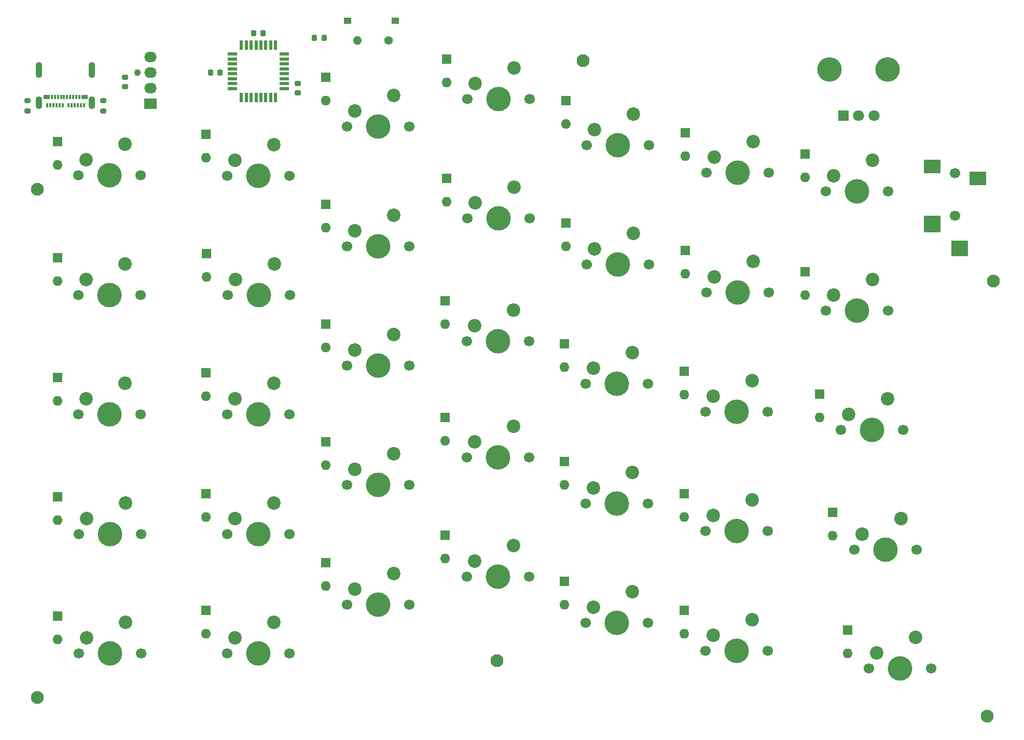
<source format=gbr>
%TF.GenerationSoftware,KiCad,Pcbnew,8.0.6*%
%TF.CreationDate,2024-10-31T21:18:19+01:00*%
%TF.ProjectId,keyboard,6b657962-6f61-4726-942e-6b696361645f,rev?*%
%TF.SameCoordinates,Original*%
%TF.FileFunction,Soldermask,Top*%
%TF.FilePolarity,Negative*%
%FSLAX46Y46*%
G04 Gerber Fmt 4.6, Leading zero omitted, Abs format (unit mm)*
G04 Created by KiCad (PCBNEW 8.0.6) date 2024-10-31 21:18:19*
%MOMM*%
%LPD*%
G01*
G04 APERTURE LIST*
G04 Aperture macros list*
%AMRoundRect*
0 Rectangle with rounded corners*
0 $1 Rounding radius*
0 $2 $3 $4 $5 $6 $7 $8 $9 X,Y pos of 4 corners*
0 Add a 4 corners polygon primitive as box body*
4,1,4,$2,$3,$4,$5,$6,$7,$8,$9,$2,$3,0*
0 Add four circle primitives for the rounded corners*
1,1,$1+$1,$2,$3*
1,1,$1+$1,$4,$5*
1,1,$1+$1,$6,$7*
1,1,$1+$1,$8,$9*
0 Add four rect primitives between the rounded corners*
20,1,$1+$1,$2,$3,$4,$5,0*
20,1,$1+$1,$4,$5,$6,$7,0*
20,1,$1+$1,$6,$7,$8,$9,0*
20,1,$1+$1,$8,$9,$2,$3,0*%
G04 Aperture macros list end*
%ADD10C,2.100000*%
%ADD11C,2.200000*%
%ADD12C,1.700000*%
%ADD13C,4.000000*%
%ADD14RoundRect,0.225000X-0.225000X-0.250000X0.225000X-0.250000X0.225000X0.250000X-0.225000X0.250000X0*%
%ADD15RoundRect,0.225000X-0.250000X0.225000X-0.250000X-0.225000X0.250000X-0.225000X0.250000X0.225000X0*%
%ADD16C,1.400000*%
%ADD17O,1.400000X1.400000*%
%ADD18R,2.800000X2.600000*%
%ADD19R,2.800000X2.200000*%
%ADD20R,2.800000X2.800000*%
%ADD21RoundRect,0.200000X0.275000X-0.200000X0.275000X0.200000X-0.275000X0.200000X-0.275000X-0.200000X0*%
%ADD22R,1.250000X1.000000*%
%ADD23R,0.300000X0.700000*%
%ADD24R,1.000000X0.700000*%
%ADD25O,1.100000X2.100000*%
%ADD26O,1.100000X2.600000*%
%ADD27C,1.800000*%
%ADD28R,1.800000X1.800000*%
%ADD29O,4.000000X4.000000*%
%ADD30R,1.600000X0.550000*%
%ADD31R,0.550000X1.600000*%
%ADD32RoundRect,0.225000X0.250000X-0.225000X0.250000X0.225000X-0.250000X0.225000X-0.250000X-0.225000X0*%
%ADD33O,2.030000X1.730000*%
%ADD34R,2.030000X1.730000*%
%ADD35C,1.100000*%
%ADD36R,1.600000X1.600000*%
%ADD37O,1.600000X1.600000*%
G04 APERTURE END LIST*
D10*
%TO.C,REF\u002A\u002A*%
X139000000Y-139000000D03*
%TD*%
%TO.C,REF\u002A\u002A*%
X64000000Y-62000000D03*
%TD*%
%TO.C,REF\u002A\u002A*%
X153000000Y-41000000D03*
%TD*%
%TO.C,REF\u002A\u002A*%
X220000000Y-77000000D03*
%TD*%
%TO.C,REF\u002A\u002A*%
X219000000Y-148000000D03*
%TD*%
%TO.C,REF\u002A\u002A*%
X64000000Y-145000000D03*
%TD*%
D11*
%TO.C,SW26*%
X174410000Y-56790000D03*
X180760000Y-54250000D03*
D12*
X183300000Y-59330000D03*
D13*
X178220000Y-59330000D03*
D12*
X173140000Y-59330000D03*
%TD*%
D14*
%TO.C,C6*%
X109200000Y-37250000D03*
X110750000Y-37250000D03*
%TD*%
D15*
%TO.C,C4*%
X106500000Y-44725000D03*
X106500000Y-46275000D03*
%TD*%
D16*
%TO.C,R1*%
X121250000Y-37750000D03*
D17*
X116170000Y-37750000D03*
%TD*%
D11*
%TO.C,SW22*%
X154910000Y-71750000D03*
X161260000Y-69210000D03*
D12*
X163800000Y-74290000D03*
D13*
X158720000Y-74290000D03*
D12*
X153640000Y-74290000D03*
%TD*%
D11*
%TO.C,SW27*%
X174410000Y-76290000D03*
X180760000Y-73750000D03*
D12*
X183300000Y-78830000D03*
D13*
X178220000Y-78830000D03*
D12*
X173140000Y-78830000D03*
%TD*%
D11*
%TO.C,SW31*%
X193910000Y-59790000D03*
X200260000Y-57250000D03*
D12*
X202800000Y-62330000D03*
D13*
X197720000Y-62330000D03*
D12*
X192640000Y-62330000D03*
%TD*%
D18*
%TO.C,J2*%
X214500000Y-71650000D03*
D19*
X210050000Y-58250000D03*
X217450000Y-60250000D03*
D20*
X210050000Y-67650000D03*
D12*
X213750000Y-66350000D03*
X213750000Y-59350000D03*
%TD*%
D11*
%TO.C,SW7*%
X96330000Y-76750000D03*
X102680000Y-74210000D03*
D12*
X105220000Y-79290000D03*
D13*
X100140000Y-79290000D03*
D12*
X95060000Y-79290000D03*
%TD*%
D11*
%TO.C,SW25*%
X154750000Y-130250000D03*
X161100000Y-127710000D03*
D12*
X163640000Y-132790000D03*
D13*
X158560000Y-132790000D03*
D12*
X153480000Y-132790000D03*
%TD*%
D11*
%TO.C,SW28*%
X174250000Y-95790000D03*
X180600000Y-93250000D03*
D12*
X183140000Y-98330000D03*
D13*
X178060000Y-98330000D03*
D12*
X172980000Y-98330000D03*
%TD*%
D11*
%TO.C,SW24*%
X154750000Y-110750000D03*
X161100000Y-108210000D03*
D12*
X163640000Y-113290000D03*
D13*
X158560000Y-113290000D03*
D12*
X153480000Y-113290000D03*
%TD*%
D11*
%TO.C,SW34*%
X198610000Y-118290000D03*
X204960000Y-115750000D03*
D12*
X207500000Y-120830000D03*
D13*
X202420000Y-120830000D03*
D12*
X197340000Y-120830000D03*
%TD*%
D21*
%TO.C,R2*%
X74700000Y-49225000D03*
X74700000Y-47575000D03*
%TD*%
D11*
%TO.C,SW9*%
X96250000Y-115750000D03*
X102600000Y-113210000D03*
D12*
X105140000Y-118290000D03*
D13*
X100060000Y-118290000D03*
D12*
X94980000Y-118290000D03*
%TD*%
D11*
%TO.C,SW8*%
X96250000Y-96250000D03*
X102600000Y-93710000D03*
D12*
X105140000Y-98790000D03*
D13*
X100060000Y-98790000D03*
D12*
X94980000Y-98790000D03*
%TD*%
D11*
%TO.C,SW13*%
X115750000Y-88250000D03*
X122100000Y-85710000D03*
D12*
X124640000Y-90790000D03*
D13*
X119560000Y-90790000D03*
D12*
X114480000Y-90790000D03*
%TD*%
D22*
%TO.C,SW36*%
X114625000Y-34500000D03*
X122375000Y-34500000D03*
%TD*%
D11*
%TO.C,SW15*%
X115750000Y-127250000D03*
X122100000Y-124710000D03*
D12*
X124640000Y-129790000D03*
D13*
X119560000Y-129790000D03*
D12*
X114480000Y-129790000D03*
%TD*%
D11*
%TO.C,SW14*%
X115750000Y-107750000D03*
X122100000Y-105210000D03*
D12*
X124640000Y-110290000D03*
D13*
X119560000Y-110290000D03*
D12*
X114480000Y-110290000D03*
%TD*%
D11*
%TO.C,SW20*%
X135360000Y-122710000D03*
X141710000Y-120170000D03*
D12*
X144250000Y-125250000D03*
D13*
X139170000Y-125250000D03*
D12*
X134090000Y-125250000D03*
%TD*%
D23*
%TO.C,J1*%
X71570000Y-48270000D03*
X71070000Y-48270000D03*
X70570000Y-48270000D03*
X70070000Y-48270000D03*
X69570000Y-48270000D03*
X69070000Y-48270000D03*
X68070000Y-48270000D03*
X67570000Y-48270000D03*
X67070000Y-48270000D03*
X66570000Y-48270000D03*
X66070000Y-48270000D03*
X65570000Y-48270000D03*
D24*
X65470000Y-46970000D03*
D23*
X66320000Y-46970000D03*
X66820000Y-46970000D03*
X67320000Y-46970000D03*
X67820000Y-46970000D03*
X68320000Y-46970000D03*
X68820000Y-46970000D03*
X69320000Y-46970000D03*
X69820000Y-46970000D03*
X70320000Y-46970000D03*
X70820000Y-46970000D03*
D24*
X71670000Y-46970000D03*
D25*
X72890000Y-47860000D03*
D26*
X72890000Y-42500000D03*
D25*
X64250000Y-47860000D03*
D26*
X64250000Y-42500000D03*
%TD*%
D14*
%TO.C,C5*%
X99225000Y-36500000D03*
X100775000Y-36500000D03*
%TD*%
D11*
%TO.C,SW4*%
X72020000Y-115750000D03*
X78370000Y-113210000D03*
D12*
X80910000Y-118290000D03*
D13*
X75830000Y-118290000D03*
D12*
X70750000Y-118290000D03*
%TD*%
D11*
%TO.C,SW19*%
X135360000Y-103210000D03*
X141710000Y-100670000D03*
D12*
X144250000Y-105750000D03*
D13*
X139170000Y-105750000D03*
D12*
X134090000Y-105750000D03*
%TD*%
D11*
%TO.C,SW2*%
X71880000Y-57210000D03*
X78230000Y-54670000D03*
D12*
X80770000Y-59750000D03*
D13*
X75690000Y-59750000D03*
D12*
X70610000Y-59750000D03*
%TD*%
D21*
%TO.C,R3*%
X62320000Y-49225000D03*
X62320000Y-47575000D03*
%TD*%
D27*
%TO.C,RV1*%
X200500000Y-49975000D03*
X198000000Y-49975000D03*
D28*
X195500000Y-49975000D03*
D29*
X202750000Y-42475000D03*
X193250000Y-42475000D03*
%TD*%
D11*
%TO.C,SW11*%
X115750000Y-49250000D03*
X122100000Y-46710000D03*
D12*
X124640000Y-51790000D03*
D13*
X119560000Y-51790000D03*
D12*
X114480000Y-51790000D03*
%TD*%
D14*
%TO.C,C3*%
X92225000Y-43000000D03*
X93775000Y-43000000D03*
%TD*%
D11*
%TO.C,SW6*%
X96250000Y-57250000D03*
X102600000Y-54710000D03*
D12*
X105140000Y-59790000D03*
D13*
X100060000Y-59790000D03*
D12*
X94980000Y-59790000D03*
%TD*%
D11*
%TO.C,SW16*%
X135440000Y-44710000D03*
X141790000Y-42170000D03*
D12*
X144330000Y-47250000D03*
D13*
X139250000Y-47250000D03*
D12*
X134170000Y-47250000D03*
%TD*%
D30*
%TO.C,U1*%
X95800000Y-39950000D03*
X95800000Y-40750000D03*
X95800000Y-41550000D03*
X95800000Y-42350000D03*
X95800000Y-43150000D03*
X95800000Y-43950000D03*
X95800000Y-44750000D03*
X95800000Y-45550000D03*
D31*
X97250000Y-47000000D03*
X98050000Y-47000000D03*
X98850000Y-47000000D03*
X99650000Y-47000000D03*
X100450000Y-47000000D03*
X101250000Y-47000000D03*
X102050000Y-47000000D03*
X102850000Y-47000000D03*
D30*
X104300000Y-45550000D03*
X104300000Y-44750000D03*
X104300000Y-43950000D03*
X104300000Y-43150000D03*
X104300000Y-42350000D03*
X104300000Y-41550000D03*
X104300000Y-40750000D03*
X104300000Y-39950000D03*
D31*
X102850000Y-38500000D03*
X102050000Y-38500000D03*
X101250000Y-38500000D03*
X100450000Y-38500000D03*
X99650000Y-38500000D03*
X98850000Y-38500000D03*
X98050000Y-38500000D03*
X97250000Y-38500000D03*
%TD*%
D11*
%TO.C,SW21*%
X154910000Y-52250000D03*
X161260000Y-49710000D03*
D12*
X163800000Y-54790000D03*
D13*
X158720000Y-54790000D03*
D12*
X153640000Y-54790000D03*
%TD*%
D11*
%TO.C,SW32*%
X193910000Y-79290000D03*
X200260000Y-76750000D03*
D12*
X202800000Y-81830000D03*
D13*
X197720000Y-81830000D03*
D12*
X192640000Y-81830000D03*
%TD*%
D11*
%TO.C,SW23*%
X154750000Y-91250000D03*
X161100000Y-88710000D03*
D12*
X163640000Y-93790000D03*
D13*
X158560000Y-93790000D03*
D12*
X153480000Y-93790000D03*
%TD*%
D11*
%TO.C,SW3*%
X71940000Y-96250000D03*
X78290000Y-93710000D03*
D12*
X80830000Y-98790000D03*
D13*
X75750000Y-98790000D03*
D12*
X70670000Y-98790000D03*
%TD*%
D11*
%TO.C,SW29*%
X174250000Y-115290000D03*
X180600000Y-112750000D03*
D12*
X183140000Y-117830000D03*
D13*
X178060000Y-117830000D03*
D12*
X172980000Y-117830000D03*
%TD*%
D32*
%TO.C,C7*%
X78250000Y-45275000D03*
X78250000Y-43725000D03*
%TD*%
D11*
%TO.C,SW18*%
X135330000Y-84250000D03*
X141680000Y-81710000D03*
D12*
X144220000Y-86790000D03*
D13*
X139140000Y-86790000D03*
D12*
X134060000Y-86790000D03*
%TD*%
D33*
%TO.C,J3*%
X82450000Y-40430000D03*
X82450000Y-42970000D03*
X82450000Y-45510000D03*
D34*
X82450000Y-48050000D03*
D35*
X80290000Y-42970000D03*
%TD*%
D11*
%TO.C,SW30*%
X174250000Y-134790000D03*
X180600000Y-132250000D03*
D12*
X183140000Y-137330000D03*
D13*
X178060000Y-137330000D03*
D12*
X172980000Y-137330000D03*
%TD*%
D11*
%TO.C,SW10*%
X96250000Y-135250000D03*
X102600000Y-132710000D03*
D12*
X105140000Y-137790000D03*
D13*
X100060000Y-137790000D03*
D12*
X94980000Y-137790000D03*
%TD*%
D11*
%TO.C,SW33*%
X196360000Y-98790000D03*
X202710000Y-96250000D03*
D12*
X205250000Y-101330000D03*
D13*
X200170000Y-101330000D03*
D12*
X195090000Y-101330000D03*
%TD*%
D11*
%TO.C,SW12*%
X115750000Y-68750000D03*
X122100000Y-66210000D03*
D12*
X124640000Y-71290000D03*
D13*
X119560000Y-71290000D03*
D12*
X114480000Y-71290000D03*
%TD*%
D11*
%TO.C,SW35*%
X200940000Y-137710000D03*
X207290000Y-135170000D03*
D12*
X209830000Y-140250000D03*
D13*
X204750000Y-140250000D03*
D12*
X199670000Y-140250000D03*
%TD*%
D11*
%TO.C,SW17*%
X135400000Y-64250000D03*
X141750000Y-61710000D03*
D12*
X144290000Y-66790000D03*
D13*
X139210000Y-66790000D03*
D12*
X134130000Y-66790000D03*
%TD*%
D11*
%TO.C,SW1*%
X71940000Y-76710000D03*
X78290000Y-74170000D03*
D12*
X80830000Y-79250000D03*
D13*
X75750000Y-79250000D03*
D12*
X70670000Y-79250000D03*
%TD*%
D11*
%TO.C,SW5*%
X72020000Y-135250000D03*
X78370000Y-132710000D03*
D12*
X80910000Y-137790000D03*
D13*
X75830000Y-137790000D03*
D12*
X70750000Y-137790000D03*
%TD*%
D36*
%TO.C,D35*%
X196250000Y-133999314D03*
D37*
X196250000Y-137809314D03*
%TD*%
D36*
%TO.C,D34*%
X193750000Y-114750000D03*
D37*
X193750000Y-118560000D03*
%TD*%
D36*
%TO.C,D33*%
X191600000Y-95490000D03*
D37*
X191600000Y-99300000D03*
%TD*%
D36*
%TO.C,D32*%
X189250000Y-75500000D03*
D37*
X189250000Y-79310000D03*
%TD*%
D36*
%TO.C,D31*%
X189250000Y-56249314D03*
D37*
X189250000Y-60059314D03*
%TD*%
D36*
%TO.C,D30*%
X169500000Y-130750000D03*
D37*
X169500000Y-134560000D03*
%TD*%
D36*
%TO.C,D29*%
X169500000Y-111749314D03*
D37*
X169500000Y-115559314D03*
%TD*%
D36*
%TO.C,D28*%
X169500000Y-91750000D03*
D37*
X169500000Y-95560000D03*
%TD*%
D36*
%TO.C,D27*%
X169750000Y-72000000D03*
D37*
X169750000Y-75810000D03*
%TD*%
D36*
%TO.C,D26*%
X169750000Y-52750000D03*
D37*
X169750000Y-56560000D03*
%TD*%
D36*
%TO.C,D25*%
X150000000Y-126000000D03*
D37*
X150000000Y-129810000D03*
%TD*%
D36*
%TO.C,D24*%
X150000000Y-106500000D03*
D37*
X150000000Y-110310000D03*
%TD*%
D36*
%TO.C,D23*%
X150000000Y-87250000D03*
D37*
X150000000Y-91060000D03*
%TD*%
D36*
%TO.C,D22*%
X150250000Y-67500000D03*
D37*
X150250000Y-71310000D03*
%TD*%
D36*
%TO.C,D21*%
X150250000Y-47500000D03*
D37*
X150250000Y-51310000D03*
%TD*%
D36*
%TO.C,D20*%
X130500000Y-118500000D03*
D37*
X130500000Y-122310000D03*
%TD*%
D36*
%TO.C,D19*%
X130500000Y-99250000D03*
D37*
X130500000Y-103060000D03*
%TD*%
D36*
%TO.C,D18*%
X130500000Y-80250000D03*
D37*
X130500000Y-84060000D03*
%TD*%
D36*
%TO.C,D17*%
X130750000Y-60250000D03*
D37*
X130750000Y-64060000D03*
%TD*%
D36*
%TO.C,D16*%
X130750000Y-40750000D03*
D37*
X130750000Y-44560000D03*
%TD*%
D36*
%TO.C,D15*%
X111000000Y-123000000D03*
D37*
X111000000Y-126810000D03*
%TD*%
D36*
%TO.C,D14*%
X111000000Y-103250000D03*
D37*
X111000000Y-107060000D03*
%TD*%
D36*
%TO.C,D13*%
X111000000Y-84000000D03*
D37*
X111000000Y-87810000D03*
%TD*%
D36*
%TO.C,D12*%
X111000000Y-64500000D03*
D37*
X111000000Y-68310000D03*
%TD*%
D36*
%TO.C,D11*%
X111000000Y-43750000D03*
D37*
X111000000Y-47560000D03*
%TD*%
D36*
%TO.C,D10*%
X91500000Y-130750000D03*
D37*
X91500000Y-134560000D03*
%TD*%
D36*
%TO.C,D9*%
X91500000Y-111750000D03*
D37*
X91500000Y-115560000D03*
%TD*%
D36*
%TO.C,D8*%
X91500000Y-92000000D03*
D37*
X91500000Y-95810000D03*
%TD*%
D36*
%TO.C,D7*%
X91590000Y-72520000D03*
D37*
X91590000Y-76330000D03*
%TD*%
D36*
%TO.C,D6*%
X91500000Y-53000000D03*
D37*
X91500000Y-56810000D03*
%TD*%
D36*
%TO.C,D5*%
X67250000Y-131689999D03*
D37*
X67250000Y-135499999D03*
%TD*%
D36*
%TO.C,D4*%
X67250000Y-112189999D03*
D37*
X67250000Y-115999999D03*
%TD*%
D36*
%TO.C,D3*%
X67250000Y-92750000D03*
D37*
X67250000Y-96560000D03*
%TD*%
D36*
%TO.C,D2*%
X67250000Y-73189999D03*
D37*
X67250000Y-76999999D03*
%TD*%
D36*
%TO.C,D1*%
X67250000Y-54189314D03*
D37*
X67250000Y-57999314D03*
%TD*%
M02*

</source>
